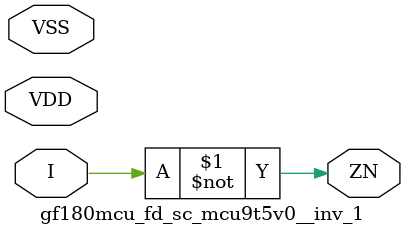
<source format=v>

module gf180mcu_fd_sc_mcu9t5v0__inv_1( I, ZN, VDD, VSS );
input I;
inout VDD, VSS;
output ZN;

	not MGM_BG_0( ZN, I );

endmodule

</source>
